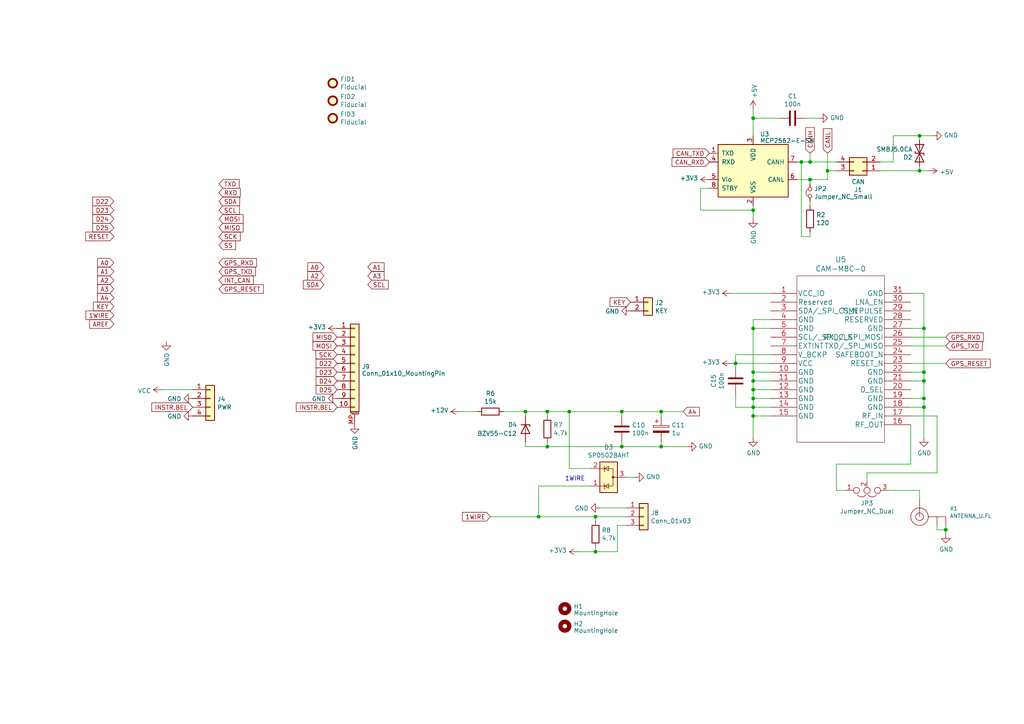
<source format=kicad_sch>
(kicad_sch (version 20230121) (generator eeschema)
  (paper "A4")
  (title_block (title "CAN Display") (date "2021-03-12") (rev "0.5.1") (company "fiz-o-matic"))
  (junction (at 191.77 119.38))
  (junction (at 165.1 119.38))
  (junction (at 135.89 231.14))
  (junction (at 97.79 264.16))
  (junction (at 144.78 250.19))
  (junction (at 218.44 34.29))
  (junction (at 267.97 107.95))
  (junction (at 218.44 60.96))
  (junction (at 158.75 129.54))
  (junction (at 191.77 129.54))
  (junction (at 274.32 153.67))
  (junction (at 234.95 52.07))
  (junction (at 123.19 250.19))
  (junction (at 135.89 264.16))
  (junction (at 218.44 115.57))
  (junction (at 267.97 118.11))
  (junction (at 218.44 95.25))
  (junction (at 135.89 250.19))
  (junction (at 123.19 217.17))
  (junction (at 97.79 231.14))
  (junction (at 267.97 95.25))
  (junction (at 218.44 107.95))
  (junction (at 152.4 119.38))
  (junction (at 267.97 110.49))
  (junction (at 156.21 149.86))
  (junction (at 133.35 250.19))
  (junction (at 78.74 250.19))
  (junction (at 213.36 105.41))
  (junction (at 172.72 160.02))
  (junction (at 266.7 39.37))
  (junction (at 36.83 255.27))
  (junction (at 36.83 245.11))
  (junction (at 133.35 217.17))
  (junction (at 180.34 119.38))
  (junction (at 158.75 119.38))
  (junction (at 232.41 46.99))
  (junction (at 180.34 129.54))
  (junction (at 44.45 245.11))
  (junction (at 218.44 113.03))
  (junction (at 172.72 149.86))
  (junction (at 234.95 46.99))
  (junction (at 240.03 49.53))
  (junction (at 218.44 110.49))
  (junction (at 218.44 120.65))
  (junction (at 267.97 115.57))
  (junction (at 90.17 -78.74))
  (junction (at 135.89 217.17))
  (junction (at 218.44 118.11))
  (junction (at 144.78 217.17))
  (junction (at 266.7 49.53))
  (wire (pts (xy 257.81 142.24) (xy 266.7 142.24)))
  (wire (pts (xy 234.95 46.99) (xy 242.57 46.99)))
  (wire (pts (xy 97.79 264.16) (xy 135.89 264.16)))
  (wire (pts (xy 133.35 255.27) (xy 133.35 250.19)))
  (wire (pts (xy 142.24 149.86) (xy 156.21 149.86)))
  (wire (pts (xy 259.08 46.99) (xy 259.08 39.37)))
  (wire (pts (xy 267.97 110.49) (xy 267.97 115.57)))
  (wire (pts (xy 264.16 110.49) (xy 267.97 110.49)))
  (wire (pts (xy 271.78 153.67) (xy 274.32 153.67)))
  (wire (pts (xy 156.21 149.86) (xy 156.21 140.97)))
  (wire (pts (xy 123.19 252.73) (xy 123.19 250.19)))
  (wire (pts (xy 264.16 118.11) (xy 267.97 118.11)))
  (wire (pts (xy 97.79 231.14) (xy 135.89 231.14)))
  (wire (pts (xy 259.08 39.37) (xy 266.7 39.37)))
  (wire (pts (xy 107.95 217.17) (xy 123.19 217.17)))
  (wire (pts (xy 226.06 34.29) (xy 218.44 34.29)))
  (wire (pts (xy 271.78 137.16) (xy 271.78 120.65)))
  (wire (pts (xy 172.72 149.86) (xy 181.61 149.86)))
  (wire (pts (xy 213.36 105.41) (xy 213.36 106.68)))
  (wire (pts (xy 172.72 151.13) (xy 172.72 149.86)))
  (wire (pts (xy 213.36 114.3) (xy 213.36 118.11)))
  (wire (pts (xy 152.4 120.65) (xy 152.4 119.38)))
  (wire (pts (xy 271.78 120.65) (xy 264.16 120.65)))
  (wire (pts (xy 144.78 264.16) (xy 144.78 260.35)))
  (wire (pts (xy 133.35 119.38) (xy 138.43 119.38)))
  (wire (pts (xy 242.57 134.62) (xy 242.57 142.24)))
  (wire (pts (xy 165.1 135.89) (xy 171.45 135.89)))
  (wire (pts (xy 266.7 40.64) (xy 266.7 39.37)))
  (wire (pts (xy 44.45 245.11) (xy 44.45 246.38)))
  (wire (pts (xy 144.78 217.17) (xy 148.59 217.17)))
  (wire (pts (xy 36.83 245.11) (xy 44.45 245.11)))
  (wire (pts (xy 218.44 34.29) (xy 218.44 39.37)))
  (wire (pts (xy 213.36 105.41) (xy 212.09 105.41)))
  (wire (pts (xy 218.44 92.71) (xy 218.44 95.25)))
  (wire (pts (xy 264.16 123.19) (xy 264.16 134.62)))
  (wire (pts (xy 158.75 120.65) (xy 158.75 119.38)))
  (wire (pts (xy 67.31 250.19) (xy 78.74 250.19)))
  (wire (pts (xy 269.24 49.53) (xy 266.7 49.53)))
  (wire (pts (xy 133.35 222.25) (xy 133.35 217.17)))
  (wire (pts (xy 267.97 118.11) (xy 267.97 127)))
  (wire (pts (xy 264.16 115.57) (xy 267.97 115.57)))
  (wire (pts (xy 82.55 217.17) (xy 87.63 217.17)))
  (wire (pts (xy 223.52 120.65) (xy 218.44 120.65)))
  (wire (pts (xy 135.89 217.17) (xy 144.78 217.17)))
  (wire (pts (xy 233.68 34.29) (xy 237.49 34.29)))
  (wire (pts (xy 213.36 102.87) (xy 223.52 102.87)))
  (wire (pts (xy 218.44 107.95) (xy 218.44 110.49)))
  (wire (pts (xy 133.35 217.17) (xy 135.89 217.17)))
  (wire (pts (xy 191.77 119.38) (xy 198.12 119.38)))
  (wire (pts (xy 274.32 152.4) (xy 274.32 153.67)))
  (wire (pts (xy 218.44 120.65) (xy 218.44 127)))
  (wire (pts (xy 78.74 255.27) (xy 78.74 250.19)))
  (wire (pts (xy 156.21 149.86) (xy 172.72 149.86)))
  (wire (pts (xy 234.95 68.58) (xy 234.95 67.31)))
  (wire (pts (xy 172.72 158.75) (xy 172.72 160.02)))
  (wire (pts (xy 172.72 160.02) (xy 179.07 160.02)))
  (wire (pts (xy 223.52 105.41) (xy 213.36 105.41)))
  (wire (pts (xy 36.83 245.11) (xy 36.83 246.38)))
  (wire (pts (xy 167.64 160.02) (xy 172.72 160.02)))
  (wire (pts (xy 223.52 118.11) (xy 218.44 118.11)))
  (wire (pts (xy 232.41 46.99) (xy 234.95 46.99)))
  (wire (pts (xy 218.44 113.03) (xy 218.44 115.57)))
  (wire (pts (xy 251.46 139.7) (xy 251.46 137.16)))
  (wire (pts (xy 36.83 255.27) (xy 44.45 255.27)))
  (wire (pts (xy 264.16 95.25) (xy 267.97 95.25)))
  (wire (pts (xy 44.45 245.11) (xy 49.53 245.11)))
  (wire (pts (xy 133.35 250.19) (xy 130.81 250.19)))
  (wire (pts (xy 264.16 134.62) (xy 242.57 134.62)))
  (wire (pts (xy 97.79 231.14) (xy 97.79 233.68)))
  (wire (pts (xy 133.35 250.19) (xy 135.89 250.19)))
  (wire (pts (xy 232.41 46.99) (xy 232.41 68.58)))
  (wire (pts (xy 218.44 95.25) (xy 218.44 107.95)))
  (wire (pts (xy 240.03 52.07) (xy 240.03 49.53)))
  (wire (pts (xy 180.34 128.27) (xy 180.34 129.54)))
  (wire (pts (xy 152.4 128.27) (xy 152.4 129.54)))
  (wire (pts (xy 242.57 142.24) (xy 245.11 142.24)))
  (wire (pts (xy 158.75 128.27) (xy 158.75 129.54)))
  (wire (pts (xy 97.79 264.16) (xy 97.79 266.7)))
  (wire (pts (xy 234.95 59.69) (xy 234.95 58.42)))
  (wire (pts (xy 158.75 129.54) (xy 180.34 129.54)))
  (wire (pts (xy 180.34 120.65) (xy 180.34 119.38)))
  (wire (pts (xy 180.34 119.38) (xy 191.77 119.38)))
  (wire (pts (xy 223.52 115.57) (xy 218.44 115.57)))
  (wire (pts (xy 203.2 54.61) (xy 203.2 60.96)))
  (wire (pts (xy 135.89 260.35) (xy 135.89 264.16)))
  (wire (pts (xy 191.77 120.65) (xy 191.77 119.38)))
  (wire (pts (xy 152.4 129.54) (xy 158.75 129.54)))
  (wire (pts (xy 173.99 147.32) (xy 181.61 147.32)))
  (wire (pts (xy 158.75 119.38) (xy 165.1 119.38)))
  (wire (pts (xy 266.7 39.37) (xy 270.51 39.37)))
  (wire (pts (xy 212.09 85.09) (xy 223.52 85.09)))
  (wire (pts (xy 266.7 48.26) (xy 266.7 49.53)))
  (wire (pts (xy 266.7 142.24) (xy 266.7 144.78)))
  (wire (pts (xy 234.95 52.07) (xy 240.03 52.07)))
  (wire (pts (xy 46.99 113.03) (xy 55.88 113.03)))
  (wire (pts (xy 223.52 113.03) (xy 218.44 113.03)))
  (wire (pts (xy 135.89 227.33) (xy 135.89 231.14)))
  (wire (pts (xy 72.39 -78.74) (xy 77.47 -78.74)))
  (wire (pts (xy 107.95 252.73) (xy 111.76 252.73)))
  (wire (pts (xy 240.03 44.45) (xy 240.03 49.53)))
  (wire (pts (xy 44.45 254) (xy 44.45 255.27)))
  (wire (pts (xy 218.44 59.69) (xy 218.44 60.96)))
  (wire (pts (xy 205.74 54.61) (xy 203.2 54.61)))
  (wire (pts (xy 123.19 217.17) (xy 125.73 217.17)))
  (wire (pts (xy 21.59 245.11) (xy 24.13 245.11)))
  (wire (pts (xy 231.14 52.07) (xy 234.95 52.07)))
  (wire (pts (xy 107.95 255.27) (xy 133.35 255.27)))
  (wire (pts (xy 152.4 119.38) (xy 158.75 119.38)))
  (wire (pts (xy 264.16 85.09) (xy 267.97 85.09)))
  (wire (pts (xy 135.89 250.19) (xy 144.78 250.19)))
  (wire (pts (xy 78.74 250.19) (xy 87.63 250.19)))
  (wire (pts (xy 223.52 107.95) (xy 218.44 107.95)))
  (wire (pts (xy 267.97 107.95) (xy 267.97 110.49)))
  (wire (pts (xy 213.36 118.11) (xy 218.44 118.11)))
  (wire (pts (xy 135.89 217.17) (xy 135.89 219.71)))
  (wire (pts (xy 11.43 245.11) (xy 13.97 245.11)))
  (wire (pts (xy 180.34 129.54) (xy 191.77 129.54)))
  (wire (pts (xy 274.32 100.33) (xy 264.16 100.33)))
  (wire (pts (xy 218.44 110.49) (xy 218.44 113.03)))
  (wire (pts (xy 232.41 68.58) (xy 234.95 68.58)))
  (wire (pts (xy 123.19 219.71) (xy 123.19 217.17)))
  (wire (pts (xy 36.83 255.27) (xy 36.83 254)))
  (wire (pts (xy 267.97 85.09) (xy 267.97 95.25)))
  (wire (pts (xy 135.89 231.14) (xy 144.78 231.14)))
  (wire (pts (xy 119.38 219.71) (xy 123.19 219.71)))
  (wire (pts (xy 123.19 250.19) (xy 125.73 250.19)))
  (wire (pts (xy 181.61 138.43) (xy 184.15 138.43)))
  (wire (pts (xy 90.17 -78.74) (xy 90.17 -73.66)))
  (wire (pts (xy 203.2 60.96) (xy 218.44 60.96)))
  (wire (pts (xy 107.95 250.19) (xy 123.19 250.19)))
  (wire (pts (xy 255.27 46.99) (xy 259.08 46.99)))
  (wire (pts (xy 271.78 152.4) (xy 271.78 153.67)))
  (wire (pts (xy 213.36 105.41) (xy 213.36 102.87)))
  (wire (pts (xy 87.63 255.27) (xy 78.74 255.27)))
  (wire (pts (xy 267.97 115.57) (xy 267.97 118.11)))
  (wire (pts (xy 234.95 44.45) (xy 234.95 46.99)))
  (wire (pts (xy 31.75 245.11) (xy 36.83 245.11)))
  (wire (pts (xy 119.38 252.73) (xy 123.19 252.73)))
  (wire (pts (xy 165.1 119.38) (xy 180.34 119.38)))
  (wire (pts (xy 144.78 250.19) (xy 148.59 250.19)))
  (wire (pts (xy 240.03 49.53) (xy 242.57 49.53)))
  (wire (pts (xy 191.77 129.54) (xy 199.39 129.54)))
  (wire (pts (xy 179.07 160.02) (xy 179.07 152.4)))
  (wire (pts (xy 146.05 119.38) (xy 152.4 119.38)))
  (wire (pts (xy 274.32 97.79) (xy 264.16 97.79)))
  (wire (pts (xy 251.46 137.16) (xy 271.78 137.16)))
  (wire (pts (xy 144.78 231.14) (xy 144.78 227.33)))
  (wire (pts (xy 156.21 140.97) (xy 171.45 140.97)))
  (wire (pts (xy 218.44 118.11) (xy 218.44 120.65)))
  (wire (pts (xy 218.44 60.96) (xy 218.44 63.5)))
  (wire (pts (xy 107.95 222.25) (xy 133.35 222.25)))
  (wire (pts (xy 264.16 107.95) (xy 267.97 107.95)))
  (wire (pts (xy 223.52 110.49) (xy 218.44 110.49)))
  (wire (pts (xy 135.89 250.19) (xy 135.89 252.73)))
  (wire (pts (xy 274.32 153.67) (xy 274.32 154.94)))
  (wire (pts (xy 274.32 105.41) (xy 264.16 105.41)))
  (wire (pts (xy 144.78 250.19) (xy 144.78 252.73)))
  (wire (pts (xy 223.52 95.25) (xy 218.44 95.25)))
  (wire (pts (xy 191.77 128.27) (xy 191.77 129.54)))
  (wire (pts (xy 255.27 49.53) (xy 266.7 49.53)))
  (wire (pts (xy 218.44 115.57) (xy 218.44 118.11)))
  (wire (pts (xy 97.79 260.35) (xy 97.79 264.16)))
  (wire (pts (xy 231.14 46.99) (xy 232.41 46.99)))
  (wire (pts (xy 218.44 31.75) (xy 218.44 34.29)))
  (wire (pts (xy 97.79 227.33) (xy 97.79 231.14)))
  (wire (pts (xy 107.95 219.71) (xy 111.76 219.71)))
  (wire (pts (xy 90.17 -78.74) (xy 95.25 -78.74)))
  (wire (pts (xy 223.52 92.71) (xy 218.44 92.71)))
  (wire (pts (xy 133.35 217.17) (xy 130.81 217.17)))
  (wire (pts (xy 135.89 264.16) (xy 144.78 264.16)))
  (wire (pts (xy 165.1 119.38) (xy 165.1 135.89)))
  (wire (pts (xy 234.95 53.34) (xy 234.95 52.07)))
  (wire (pts (xy 1.27 245.11) (xy 3.81 245.11)))
  (wire (pts (xy 267.97 95.25) (xy 267.97 107.95)))
  (wire (pts (xy 85.09 -78.74) (xy 90.17 -78.74)))
  (wire (pts (xy 144.78 217.17) (xy 144.78 219.71)))
  (wire (pts (xy 179.07 152.4) (xy 181.61 152.4)))
  (wire (pts (xy 31.75 255.27) (xy 36.83 255.27)))
  (text "1WIRE" (at 163.83 139.7 0) (effects (font (size 1.27 1.27)) (justify left bottom)))
  (global_label "CAN_TXD" (shape input) (at 105.41 -22.86 0) (property "Intersheetrefs" "${INTERSHEET_REFS}" (effects hide)))
  (global_label "1WIRE" (shape input) (at 142.24 149.86 180) (property "Intersheetrefs" "${INTERSHEET_REFS}" (effects hide)))
  (global_label "CAN_RXD" (shape input) (at 105.41 -25.4 0) (property "Intersheetrefs" "${INTERSHEET_REFS}" (effects hide)))
  (global_label "MISO" (shape input) (at 97.79 97.79 180) (property "Intersheetrefs" "${INTERSHEET_REFS}" (effects hide)))
  (global_label "SDA" (shape input) (at 105.41 -33.02 0) (property "Intersheetrefs" "${INTERSHEET_REFS}" (effects hide)))
  (global_label "RXD" (shape input) (at 63.5 55.88 0) (property "Intersheetrefs" "${INTERSHEET_REFS}" (effects hide)))
  (global_label "SCL" (shape input) (at 177.8 -30.48 180) (property "Intersheetrefs" "${INTERSHEET_REFS}" (effects hide)))
  (global_label "KEY" (shape input) (at 182.88 87.63 180) (property "Intersheetrefs" "${INTERSHEET_REFS}" (effects hide)))
  (global_label "INT_CAN" (shape input) (at 63.5 81.28 0) (property "Intersheetrefs" "${INTERSHEET_REFS}" (effects hide)))
  (global_label "CAN_TXD" (shape input) (at 205.74 44.45 180) (property "Intersheetrefs" "${INTERSHEET_REFS}" (effects hide)))
  (global_label "RESET" (shape input) (at 33.02 68.58 180) (property "Intersheetrefs" "${INTERSHEET_REFS}" (effects hide)))
  (global_label "INSTR.BEL" (shape input) (at 97.79 118.11 180) (property "Intersheetrefs" "${INTERSHEET_REFS}" (effects hide)))
  (global_label "A4" (shape input) (at 198.12 119.38 0) (property "Intersheetrefs" "${INTERSHEET_REFS}" (effects hide)))
  (global_label "AREF" (shape input) (at 33.02 93.98 180) (property "Intersheetrefs" "${INTERSHEET_REFS}" (effects hide)))
  (global_label "A1" (shape input) (at 106.68 77.47 0) (property "Intersheetrefs" "${INTERSHEET_REFS}" (effects hide)))
  (global_label "D23" (shape input) (at 97.79 107.95 180) (property "Intersheetrefs" "${INTERSHEET_REFS}" (effects hide)))
  (global_label "MOSI" (shape input) (at 97.79 100.33 180) (property "Intersheetrefs" "${INTERSHEET_REFS}" (effects hide)))
  (global_label "D25" (shape input) (at 97.79 113.03 180) (property "Intersheetrefs" "${INTERSHEET_REFS}" (effects hide)))
  (global_label "A0" (shape input) (at 33.02 76.2 180) (property "Intersheetrefs" "${INTERSHEET_REFS}" (effects hide)))
  (global_label "MISO" (shape input) (at 63.5 66.04 0) (property "Intersheetrefs" "${INTERSHEET_REFS}" (effects hide)))
  (global_label "SCL" (shape input) (at 106.68 82.55 0) (property "Intersheetrefs" "${INTERSHEET_REFS}" (effects hide)))
  (global_label "A4" (shape input) (at 33.02 86.36 180) (property "Intersheetrefs" "${INTERSHEET_REFS}" (effects hide)))
  (global_label "D24" (shape input) (at 33.02 63.5 180) (property "Intersheetrefs" "${INTERSHEET_REFS}" (effects hide)))
  (global_label "D24" (shape input) (at 97.79 110.49 180) (property "Intersheetrefs" "${INTERSHEET_REFS}" (effects hide)))
  (global_label "SDA" (shape input) (at 63.5 58.42 0) (property "Intersheetrefs" "${INTERSHEET_REFS}" (effects hide)))
  (global_label "1WIRE" (shape input) (at 33.02 91.44 180) (property "Intersheetrefs" "${INTERSHEET_REFS}" (effects hide)))
  (global_label "SCL" (shape input) (at 63.5 60.96 0) (property "Intersheetrefs" "${INTERSHEET_REFS}" (effects hide)))
  (global_label "A3" (shape input) (at 33.02 83.82 180) (property "Intersheetrefs" "${INTERSHEET_REFS}" (effects hide)))
  (global_label "SCL" (shape input) (at 105.41 -30.48 0) (property "Intersheetrefs" "${INTERSHEET_REFS}" (effects hide)))
  (global_label "A2" (shape input) (at 93.98 80.01 180) (property "Intersheetrefs" "${INTERSHEET_REFS}" (effects hide)))
  (global_label "SCK" (shape input) (at 63.5 68.58 0) (property "Intersheetrefs" "${INTERSHEET_REFS}" (effects hide)))
  (global_label "A3" (shape input) (at 106.68 80.01 0) (property "Intersheetrefs" "${INTERSHEET_REFS}" (effects hide)))
  (global_label "SS" (shape input) (at 63.5 71.12 0) (property "Intersheetrefs" "${INTERSHEET_REFS}" (effects hide)))
  (global_label "GPS_RXD" (shape input) (at 63.5 76.2 0) (property "Intersheetrefs" "${INTERSHEET_REFS}" (effects hide)))
  (global_label "SDA" (shape input) (at 177.8 -33.02 180) (property "Intersheetrefs" "${INTERSHEET_REFS}" (effects hide)))
  (global_label "D22" (shape input) (at 33.02 58.42 180) (property "Intersheetrefs" "${INTERSHEET_REFS}" (effects hide)))
  (global_label "CANL" (shape input) (at 240.03 44.45 90) (property "Intersheetrefs" "${INTERSHEET_REFS}" (effects hide)))
  (global_label "D22" (shape input) (at 97.79 105.41 180) (property "Intersheetrefs" "${INTERSHEET_REFS}" (effects hide)))
  (global_label "GPS_RESET" (shape input) (at 274.32 105.41 0) (property "Intersheetrefs" "${INTERSHEET_REFS}" (effects hide)))
  (global_label "CAN_PWR" (shape input) (at 87.63 222.25 180) (property "Intersheetrefs" "${INTERSHEET_REFS}" (effects hide)))
  (global_label "A0" (shape input) (at 93.98 77.47 180) (property "Intersheetrefs" "${INTERSHEET_REFS}" (effects hide)))
  (global_label "CAN_PWR" (shape input) (at 105.41 -10.16 0) (property "Intersheetrefs" "${INTERSHEET_REFS}" (effects hide)))
  (global_label "GPS_RESET" (shape input) (at 63.5 83.82 0) (property "Intersheetrefs" "${INTERSHEET_REFS}" (effects hide)))
  (global_label "TXD" (shape input) (at 63.5 53.34 0) (property "Intersheetrefs" "${INTERSHEET_REFS}" (effects hide)))
  (global_label "GPS_RXD" (shape input) (at 105.41 -43.18 0) (property "Intersheetrefs" "${INTERSHEET_REFS}" (effects hide)))
  (global_label "GPS_TXD" (shape input) (at 274.32 100.33 0) (property "Intersheetrefs" "${INTERSHEET_REFS}" (effects hide)))
  (global_label "GPS_TXD" (shape input) (at 105.41 -40.64 0) (property "Intersheetrefs" "${INTERSHEET_REFS}" (effects hide)))
  (global_label "SCK" (shape input) (at 97.79 102.87 180) (property "Intersheetrefs" "${INTERSHEET_REFS}" (effects hide)))
  (global_label "A1" (shape input) (at 33.02 78.74 180) (property "Intersheetrefs" "${INTERSHEET_REFS}" (effects hide)))
  (global_label "GPS_TXD" (shape input) (at 63.5 78.74 0) (property "Intersheetrefs" "${INTERSHEET_REFS}" (effects hide)))
  (global_label "CANH" (shape input) (at 234.95 44.45 90) (property "Intersheetrefs" "${INTERSHEET_REFS}" (effects hide)))
  (global_label "D23" (shape input) (at 33.02 60.96 180) (property "Intersheetrefs" "${INTERSHEET_REFS}" (effects hide)))
  (global_label "KEY" (shape input) (at 33.02 88.9 180) (property "Intersheetrefs" "${INTERSHEET_REFS}" (effects hide)))
  (global_label "GPS_RXD" (shape input) (at 274.32 97.79 0) (property "Intersheetrefs" "${INTERSHEET_REFS}" (effects hide)))
  (global_label "D25" (shape input) (at 33.02 66.04 180) (property "Intersheetrefs" "${INTERSHEET_REFS}" (effects hide)))
  (global_label "MOSI" (shape input) (at 63.5 63.5 0) (property "Intersheetrefs" "${INTERSHEET_REFS}" (effects hide)))
  (global_label "CAN_RXD" (shape input) (at 205.74 46.99 180) (property "Intersheetrefs" "${INTERSHEET_REFS}" (effects hide)))
  (global_label "A2" (shape input) (at 33.02 81.28 180) (property "Intersheetrefs" "${INTERSHEET_REFS}" (effects hide)))
  (global_label "INSTR.BEL" (shape input) (at 55.88 118.11 180) (property "Intersheetrefs" "${INTERSHEET_REFS}" (effects hide)))
  (global_label "SDA" (shape input) (at 93.98 82.55 180) (property "Intersheetrefs" "${INTERSHEET_REFS}" (effects hide)))
  (symbol (lib_id "Device:R") (at 234.95 63.5 0) (unit 1)
    (property "Reference" "R2" (at 236.728 62.3316 0) (effects (justify left)))
    (property "Value" "120" (at 236.728 64.643 0) (effects (justify left)))
    (property "Footprint" "Resistor_SMD:R_0805_2012Metric_Pad1.20x1.40mm_HandSolder" (effects hide))
  )
  (symbol (lib_id "SmartDisplay-rescue:Jumper_NC_Small-Device") (at 234.95 55.88 90) (unit 1)
    (property "Reference" "JP2" (at 236.1438 54.7116 90) (effects (justify right)))
    (property "Value" "Jumper_NC_Small" (at 236.1438 57.023 90) (effects (justify right)))
    (property "Footprint" "Jumper:SolderJumper-2_P1.3mm_Open_RoundedPad1.0x1.5mm" (effects hide))
  )
  (symbol (lib_id "power:+5V") (at 269.24 49.53 270) (unit 1)
    (property "Reference" "#PWR015" (effects hide))
    (property "Value" "+5V" (at 272.4912 49.911 90) (effects (justify left)))
  )
  (symbol (lib_id "power:GND") (at 48.26 99.06 0) (unit 1)
    (property "Reference" "#PWR012" (effects hide))
    (property "Value" "GND" (at 48.387 102.3112 90) (effects (justify right)))
  )
  (symbol (lib_id "power:GND") (at 237.49 34.29 90) (unit 1)
    (property "Reference" "#PWR011" (effects hide))
    (property "Value" "GND" (at 240.7412 34.163 90) (effects (justify right)))
  )
  (symbol (lib_id "power:GND") (at 55.88 120.65 270) (unit 1)
    (property "Reference" "#PWR029" (effects hide))
    (property "Value" "GND" (at 52.6288 120.777 90) (effects (justify right)))
  )
  (symbol (lib_id "Connector_Generic:Conn_02x02_Top_Bottom") (at 250.19 49.53 180) (unit 1)
    (property "Reference" "J1" (at 248.92 55.0418 0))
    (property "Value" "CAN" (at 248.92 52.7304 0))
    (property "Footprint" "Connector_Molex:Molex_Micro-Fit_3.0_43045-0412_2x02_P3.00mm_Vertical" (effects hide))
  )
  (symbol (lib_id "power:GND") (at 173.99 147.32 270) (unit 1)
    (property "Reference" "#PWR039" (effects hide))
    (property "Value" "GND" (at 170.7388 147.447 90) (effects (justify right)))
  )
  (symbol (lib_id "Device:R") (at 172.72 154.94 0) (unit 1)
    (property "Reference" "R8" (at 174.498 153.7716 0) (effects (justify left)))
    (property "Value" "4,7k" (at 174.498 156.083 0) (effects (justify left)))
    (property "Footprint" "Resistor_SMD:R_0805_2012Metric_Pad1.20x1.40mm_HandSolder" (effects hide))
  )
  (symbol (lib_id "Device:R") (at 142.24 119.38 270) (unit 1)
    (property "Reference" "R6" (at 142.24 114.1222 90))
    (property "Value" "15k" (at 142.24 116.4336 90))
    (property "Footprint" "Resistor_SMD:R_0805_2012Metric_Pad1.20x1.40mm_HandSolder" (effects hide))
  )
  (symbol (lib_id "Device:R") (at 158.75 124.46 0) (unit 1)
    (property "Reference" "R7" (at 160.528 123.2916 0) (effects (justify left)))
    (property "Value" "4,7k" (at 160.528 125.603 0) (effects (justify left)))
    (property "Footprint" "Resistor_SMD:R_0805_2012Metric_Pad1.20x1.40mm_HandSolder" (effects hide))
  )
  (symbol (lib_id "Device:C") (at 180.34 124.46 0) (unit 1)
    (property "Reference" "C10" (at 183.261 123.2916 0) (effects (justify left)))
    (property "Value" "100n" (at 183.261 125.603 0) (effects (justify left)))
    (property "Footprint" "Capacitor_SMD:C_0805_2012Metric_Pad1.18x1.45mm_HandSolder" (effects hide))
  )
  (symbol (lib_id "SmartDisplay-rescue:CP-Device") (at 191.77 124.46 0) (unit 1)
    (property "Reference" "C11" (at 194.7672 123.2916 0) (effects (justify left)))
    (property "Value" "1u" (at 194.7672 125.603 0) (effects (justify left)))
    (property "Footprint" "Capacitor_Tantalum_SMD:CP_EIA-3216-18_Kemet-A" (effects hide))
  )
  (symbol (lib_id "Device:D_Zener") (at 152.4 124.46 270) (unit 1)
    (property "Reference" "D4" (at 147.32 123.19 90) (effects (justify left)))
    (property "Value" "BZV55-C12" (at 138.43 125.73 90) (effects (justify left)))
    (property "Footprint" "Diode_SMD:D_MiniMELF" (effects hide))
    (property "MPN" "BZV55-C12,115" (effects hide))
  )
  (symbol (lib_id "power:GND") (at 199.39 129.54 90) (unit 1)
    (property "Reference" "#PWR035" (effects hide))
    (property "Value" "GND" (at 202.6412 129.413 90) (effects (justify right)))
  )
  (symbol (lib_id "power:GND") (at 55.88 115.57 270) (unit 1)
    (property "Reference" "#PWR026" (effects hide))
    (property "Value" "GND" (at 52.6288 115.697 90) (effects (justify right)))
  )
  (symbol (lib_id "power:GND") (at 182.88 90.17 270) (unit 1)
    (property "Reference" "#PWR021" (effects hide))
    (property "Value" "GND" (at 179.6288 90.297 90) (effects (justify right)))
  )
  (symbol (lib_id "Device:D_TVS") (at 266.7 44.45 90) (unit 1)
    (property "Reference" "D2" (at 264.668 45.6184 90) (effects (justify left)))
    (property "Value" "SMBJ5.0CA" (at 264.668 43.307 90) (effects (justify left)))
    (property "Footprint" "Diode_SMD:D_SMB" (effects hide))
    (property "Reichelt" "P6SMB 5,0CA SMD" (effects hide))
  )
  (symbol (lib_id "power:GND") (at 270.51 39.37 90) (unit 1)
    (property "Reference" "#PWR013" (effects hide))
    (property "Value" "GND" (at 273.7612 39.243 90) (effects (justify right)))
  )
  (symbol (lib_id "power:GND") (at 97.79 115.57 270) (unit 1)
    (property "Reference" "#PWR030" (effects hide))
    (property "Value" "GND" (at 94.5388 115.697 90) (effects (justify right)))
  )
  (symbol (lib_id "power:GND") (at 102.87 123.19 0) (unit 1)
    (property "Reference" "#PWR036" (effects hide))
    (property "Value" "GND" (at 102.997 126.4412 90) (effects (justify right)))
  )
  (symbol (lib_id "power:+12V") (at 133.35 119.38 90) (unit 1)
    (property "Reference" "#PWR031" (effects hide))
    (property "Value" "+12V" (at 130.0988 118.999 90) (effects (justify left)))
  )
  (symbol (lib_id "Connector_Generic:Conn_01x04") (at 60.96 115.57 0) (unit 1)
    (property "Reference" "J4" (at 62.992 115.7732 0) (effects (justify left)))
    (property "Value" "PWR" (at 62.992 118.0846 0) (effects (justify left)))
    (property "Footprint" "Connector_JST:JST_PH_B2B-PH-SM4-TB_1x02-1MP_P2.00mm_Vertical" (effects hide))
  )
  (symbol (lib_id "Connector_Generic:Conn_01x02") (at 187.96 87.63 0) (unit 1)
    (property "Reference" "J2" (at 189.992 87.8332 0) (effects (justify left)))
    (property "Value" "KEY" (at 189.992 90.1446 0) (effects (justify left)))
    (property "Footprint" "Connector_JST:JST_XH_B2B-XH-A_1x02_P2.50mm_Vertical" (effects hide))
  )
  (symbol (lib_id "power:+12V") (at 49.53 245.11 270) (unit 1)
    (property "Reference" "#PWR0106" (effects hide))
    (property "Value" "+12V" (at 52.7812 245.491 90) (effects (justify left)))
  )
  (symbol (lib_id "power:GND") (at 97.79 266.7 0) (unit 1)
    (property "Reference" "#PWR0107" (effects hide))
    (property "Value" "GND" (at 97.917 269.9512 90) (effects (justify right)))
  )
  (symbol (lib_id "Device:C") (at 81.28 -78.74 270) (unit 1)
    (property "Reference" "C2" (at 81.28 -85.1408 90))
    (property "Value" "100n" (at 81.28 -82.8294 90))
    (property "Footprint" "Capacitor_SMD:C_0805_2012Metric_Pad1.18x1.45mm_HandSolder" (effects hide))
  )
  (symbol (lib_id "power:GND") (at 72.39 -78.74 270) (unit 1)
    (property "Reference" "#PWR0103" (effects hide))
    (property "Value" "GND" (at 69.1388 -78.613 90) (effects (justify right)))
  )
  (symbol (lib_id "Device:Polyfuse") (at 17.78 245.11 270) (unit 1)
    (property "Reference" "F1" (at 17.78 239.395 90))
    (property "Value" "Polyfuse" (at 17.78 241.7064 90))
    (property "Footprint" "Fuse:Fuse_1210_3225Metric_Pad1.42x2.65mm_HandSolder" (effects hide))
  )
  (symbol (lib_id "Mechanical:Fiducial") (at 96.52 24.13 0) (unit 1)
    (property "Reference" "FID1" (at 98.679 22.9616 0) (effects (justify left)))
    (property "Value" "Fiducial" (at 98.679 25.273 0) (effects (justify left)))
    (property "Footprint" "Fiducial:Fiducial_0.5mm_Mask1mm" (effects hide))
  )
  (symbol (lib_id "Mechanical:Fiducial") (at 96.52 29.21 0) (unit 1)
    (property "Reference" "FID2" (at 98.679 28.0416 0) (effects (justify left)))
    (property "Value" "Fiducial" (at 98.679 30.353 0) (effects (justify left)))
    (property "Footprint" "Fiducial:Fiducial_0.5mm_Mask1mm" (effects hide))
  )
  (symbol (lib_id "Mechanical:Fiducial") (at 96.52 34.29 0) (unit 1)
    (property "Reference" "FID3" (at 98.679 33.1216 0) (effects (justify left)))
    (property "Value" "Fiducial" (at 98.679 35.433 0) (effects (justify left)))
    (property "Footprint" "Fiducial:Fiducial_0.5mm_Mask1mm" (effects hide))
  )
  (symbol (lib_id "SmartDisplay-rescue:ANTENNA_U.FL-fiz-o-matic") (at 266.7 149.86 90) (unit 1)
    (property "Reference" "X1" (at 275.4376 147.5232 90) (effects (font (size 1.143 1.143)) (justify right)))
    (property "Value" "ANTENNA_U.FL" (at 275.4376 149.6568 90) (effects (font (size 1.143 1.143)) (justify right)))
    (property "Footprint" "Connector_Coaxial:U.FL_Molex_MCRF_73412-0110_Vertical" (effects hide))
  )
  (symbol (lib_id "SmartDisplay-rescue:Jumper_NC_Dual-Device") (at 251.46 142.24 0) (mirror x) (unit 1)
    (property "Reference" "JP3" (at 251.46 145.9738 0))
    (property "Value" "Jumper_NC_Dual" (at 251.46 148.2852 0))
    (property "Footprint" "Jumper:SolderJumper-3_P1.3mm_Bridged12_RoundedPad1.0x1.5mm" (effects hide))
  )
  (symbol (lib_id "power:GND") (at 274.32 154.94 0) (unit 1)
    (property "Reference" "#PWR0126" (effects hide))
    (property "Value" "GND" (at 274.447 159.3342 0))
  )
  (symbol (lib_id "power:GND") (at 184.15 138.43 90) (unit 1)
    (property "Reference" "#PWR0101" (effects hide))
    (property "Value" "GND" (at 187.4012 138.303 90) (effects (justify right)))
  )
  (symbol (lib_id "Power_Protection:SP0502BAHT") (at 176.53 138.43 90) (unit 1)
    (property "Reference" "D3" (at 176.53 129.7432 90))
    (property "Value" "SP0502BAHT" (at 176.53 132.0546 90))
    (property "Footprint" "Package_TO_SOT_SMD:SOT-23" (effects hide))
    (property "Datasheet" "http://www.littelfuse.com/~/media/files/littelfuse/technical%20resources/documents/data%20sheets/sp05xxba.pdf" (effects hide))
  )
  (symbol (lib_id "Diode:1N4148W") (at 7.62 245.11 180) (unit 1)
    (property "Reference" "D6" (at 7.62 239.5982 0))
    (property "Value" "1N4148W" (at 7.62 241.9096 0))
    (property "Footprint" "Diode_SMD:D_SMA" (effects hide))
    (property "Datasheet" "https://www.vishay.com/docs/85748/1n4148w.pdf" (effects hide))
  )
  (symbol (lib_id "Regulator_Switching:AP63203WU") (at 97.79 252.73 0) (unit 1)
    (property "Reference" "U4" (at 97.79 243.4082 0))
    (property "Value" "AP63203WU" (at 97.79 245.7196 0))
    (property "Footprint" "Package_TO_SOT_SMD:TSOT-23-6" (effects hide))
    (property "Datasheet" "https://www.diodes.com/assets/Datasheets/AP63200-AP63201-AP63203-AP63205.pdf" (effects hide))
  )
  (symbol (lib_id "Device:C") (at 115.57 252.73 270) (unit 1)
    (property "Reference" "C4" (at 115.57 246.3292 90))
    (property "Value" "100n" (at 115.57 248.6406 90))
    (property "Footprint" "Capacitor_SMD:C_0805_2012Metric_Pad1.18x1.45mm_HandSolder" (effects hide))
  )
  (symbol (lib_id "SmartDisplay-rescue:CP-Device") (at 135.89 256.54 0) (unit 1)
    (property "Reference" "C13" (at 138.8872 255.3716 0) (effects (justify left)))
    (property "Value" "22u" (at 138.8872 257.683 0) (effects (justify left)))
    (property "Footprint" "Capacitor_Tantalum_SMD:CP_EIA-3528-21_Kemet-B" (effects hide))
  )
  (symbol (lib_id "SmartDisplay-rescue:CP-Device") (at 44.45 250.19 0) (unit 1)
    (property "Reference" "C3" (at 47.4472 249.0216 0) (effects (justify left)))
    (property "Value" "22u" (at 47.4472 251.333 0) (effects (justify left)))
    (property "Footprint" "Capacitor_SMD:CP_Elec_4x3.9" (effects hide))
  )
  (symbol (lib_id "SmartDisplay-rescue:CP-Device") (at 144.78 256.54 0) (unit 1)
    (property "Reference" "C14" (at 147.7772 255.3716 0) (effects (justify left)))
    (property "Value" "22u" (at 147.7772 257.683 0) (effects (justify left)))
    (property "Footprint" "Capacitor_Tantalum_SMD:CP_EIA-3528-21_Kemet-B" (effects hide))
  )
  (symbol (lib_id "Device:L_Small") (at 128.27 250.19 90) (unit 1)
    (property "Reference" "L1" (at 128.27 245.491 90))
    (property "Value" "4.7uH" (at 128.27 247.8024 90))
    (property "Footprint" "Inductor_SMD:L_1206_3216Metric" (effects hide))
  )
  (symbol (lib_id "SmartDisplay-rescue:+3.3V-power") (at 148.59 250.19 270) (unit 1)
    (property "Reference" "#PWR0102" (effects hide))
    (property "Value" "+3.3V" (at 151.8412 250.571 90) (effects (justify left)))
  )
  (symbol (lib_id "SmartDisplay-rescue:+3.3V-power") (at 95.25 -78.74 270) (unit 1)
    (property "Reference" "#PWR0108" (effects hide))
    (property "Value" "+3.3V" (at 98.5012 -78.359 90) (effects (justify left)))
  )
  (symbol (lib_id "2023-01-16_17-19-58:CAM-M8C-0") (at 223.52 85.09 0) (unit 1)
    (property "Reference" "U5" (at 243.84 75.2602 0) (effects (font (size 1.524 1.524))))
    (property "Value" "CAM-M8C-0" (at 243.84 77.9526 0) (effects (font (size 1.524 1.524))))
    (property "Footprint" "ublox_CAM_M8C:CAM-M8C-0" (effects hide))
  )
  (symbol (lib_id "power:GND") (at 218.44 127 0) (unit 1)
    (property "Reference" "#PWR0112" (effects hide))
    (property "Value" "GND" (at 218.567 131.3942 0))
  )
  (symbol (lib_id "SmartDisplay-rescue:+3.3V-power") (at 212.09 105.41 90) (unit 1)
    (property "Reference" "#PWR0113" (effects hide))
    (property "Value" "+3.3V" (at 208.8388 105.029 90) (effects (justify left)))
  )
  (symbol (lib_id "SmartDisplay-rescue:+3.3V-power") (at 212.09 85.09 90) (unit 1)
    (property "Reference" "#PWR0114" (effects hide))
    (property "Value" "+3.3V" (at 208.8388 84.709 90) (effects (justify left)))
  )
  (symbol (lib_id "Connector_Generic:Conn_01x03") (at 186.69 149.86 0) (unit 1)
    (property "Reference" "J8" (at 188.722 148.7932 0) (effects (justify left)))
    (property "Value" "Conn_01x03" (at 188.722 151.1046 0) (effects (justify left)))
    (property "Footprint" "Connector_Molex:Molex_Micro-Fit_3.0_43650-0315_1x03_P3.00mm_Vertical" (effects hide))
  )
  (symbol (lib_id "SmartDisplay-rescue:+3.3V-power") (at 167.64 160.02 90) (unit 1)
    (property "Reference" "#PWR0115" (effects hide))
    (property "Value" "+3.3V" (at 164.3888 159.639 90) (effects (justify left)))
  )
  (symbol (lib_id "Device:C") (at 213.36 110.49 0) (unit 1)
    (property "Reference" "C15" (at 206.9592 110.49 90))
    (property "Value" "100n" (at 209.2706 110.49 90))
    (property "Footprint" "Capacitor_SMD:C_0805_2012Metric_Pad1.18x1.45mm_HandSolder" (effects hide))
  )
  (symbol (lib_id "power:GND") (at 267.97 127 0) (unit 1)
    (property "Reference" "#PWR0120" (effects hide))
    (property "Value" "GND" (at 268.097 131.3942 0))
  )
  (symbol (lib_id "SmartDisplay-rescue:+3.3V-power") (at 97.79 95.25 90) (unit 1)
    (property "Reference" "#PWR0123" (effects hide))
    (property "Value" "+3.3V" (at 94.5388 94.869 90) (effects (justify left)))
  )
  (symbol (lib_id "Connector_Generic_MountingPin:Conn_01x10_MountingPin") (at 102.87 105.41 0) (unit 1)
    (property "Reference" "J9" (at 104.902 106.3919 0) (effects (justify left)))
    (property "Value" "Conn_01x10_MountingPin" (at 104.902 108.3129 0) (effects (justify left)))
    (property "Footprint" "Connector_JST:JST_SH_SM10B-SRSS-TB_1x10-1MP_P1.00mm_Horizontal" (effects hide))
  )
  (symbol (lib_id "Device:L_Small") (at 128.27 217.17 90) (unit 1)
    (property "Reference" "L2" (at 128.27 212.471 90))
    (property "Value" "4.7uH" (at 128.27 214.7824 90))
    (property "Footprint" "Inductor_SMD:L_1206_3216Metric" (effects hide))
  )
  (symbol (lib_id "power:+5V") (at 218.44 31.75 0) (unit 1)
    (property "Reference" "#PWR01" (effects hide))
    (property "Value" "+5V" (at 218.821 28.4988 90) (effects (justify left)))
  )
  (symbol (lib_id "SmartDisplay-rescue:CP-Device") (at 135.89 223.52 0) (unit 1)
    (property "Reference" "C8" (at 138.8872 222.3516 0) (effects (justify left)))
    (property "Value" "22u" (at 138.8872 224.663 0) (effects (justify left)))
    (property "Footprint" "Capacitor_Tantalum_SMD:CP_EIA-3528-21_Kemet-B" (effects hide))
  )
  (symbol (lib_id "SmartDisplay-rescue:CP-Device") (at 144.78 223.52 0) (unit 1)
    (property "Reference" "C16" (at 147.7772 222.3516 0) (effects (justify left)))
    (property "Value" "22u" (at 147.7772 224.663 0) (effects (justify left)))
    (property "Footprint" "Capacitor_Tantalum_SMD:CP_EIA-3528-21_Kemet-B" (effects hide))
  )
  (symbol (lib_id "Device:L_Ferrite") (at 27.94 245.11 90) (unit 1)
    (property "Reference" "L3" (at 27.94 240.7031 90))
    (property "Value" "L_Ferrite" (at 27.94 242.6241 90))
    (property "Footprint" "Inductor_SMD:L_6.3x6.3_H3" (effects hide))
  )
  (symbol (lib_id "Device:C") (at 229.87 34.29 270) (unit 1)
    (property "Reference" "C1" (at 229.87 27.8892 90))
    (property "Value" "100n" (at 229.87 30.2006 90))
    (property "Footprint" "Capacitor_SMD:C_0805_2012Metric_Pad1.18x1.45mm_HandSolder" (effects hide))
  )
  (symbol (lib_id "Regulator_Switching:AP63205WU") (at 97.79 219.71 0) (unit 1)
    (property "Reference" "U1" (at 97.79 211.6201 0))
    (property "Value" "AP63205WU" (at 97.79 213.5411 0))
    (property "Footprint" "Package_TO_SOT_SMD:TSOT-23-6" (effects hide))
    (property "Datasheet" "https://www.diodes.com/assets/Datasheets/AP63200-AP63201-AP63203-AP63205.pdf" (effects hide))
  )
  (symbol (lib_id "power:GND") (at 31.75 255.27 270) (unit 1)
    (property "Reference" "#PWR014" (effects hide))
    (property "Value" "GND" (at 28.4988 255.397 90) (effects (justify right)))
  )
  (symbol (lib_id "power:GND") (at 177.8 -35.56 270) (unit 1)
    (property "Reference" "#PWR05" (effects hide))
    (property "Value" "GND" (at 174.5488 -35.433 90) (effects (justify right)))
  )
  (symbol (lib_id "power:GND") (at 218.44 63.5 0) (unit 1)
    (property "Reference" "#PWR03" (effects hide))
    (property "Value" "GND" (at 218.567 66.7512 90) (effects (justify right)))
  )
  (symbol (lib_id "power:+5V") (at 148.59 217.17 270) (unit 1)
    (property "Reference" "#PWR08" (effects hide))
    (property "Value" "+5V" (at 151.8412 217.551 90) (effects (justify left)))
  )
  (symbol (lib_id "Device:D_TVS") (at 36.83 250.19 90) (unit 1)
    (property "Reference" "D1" (at 34.798 251.3584 90) (effects (justify left)))
    (property "Value" "SMBJ16.0CA" (at 34.798 249.047 90) (effects (justify left)))
    (property "Footprint" "Diode_SMD:D_SMB" (effects hide))
  )
  (symbol (lib_id "power:+12V") (at 82.55 217.17 90) (unit 1)
    (property "Reference" "#PWR016" (effects hide))
    (property "Value" "+12V" (at 79.2988 216.789 90) (effects (justify left)))
  )
  (symbol (lib_id "Connector_Generic_MountingPin:Conn_01x04_MountingPin") (at 182.88 -35.56 0) (unit 1)
    (property "Reference" "J3" (at 184.912 -34.5781 0) (effects (justify left)))
    (property "Value" "Conn_01x04_MountingPin" (at 184.912 -32.6571 0) (effects (justify left)))
    (property "Footprint" "Connector_JST:JST_SH_SM04B-SRSS-TB_1x04-1MP_P1.00mm_Horizontal" (effects hide))
  )
  (symbol (lib_id "Mechanical:MountingHole") (at 163.83 181.61 0) (unit 1)
    (property "Reference" "H2" (at 166.37 180.9663 0) (effects (justify left)))
    (property "Value" "MountingHole" (at 166.37 182.8873 0) (effects (justify left)))
    (property "Footprint" "MountingHole:MountingHole_2.2mm_M2" (effects hide))
  )
  (symbol (lib_id "SmartDisplay-rescue:+3.3V-power") (at 205.74 52.07 90) (unit 1)
    (property "Reference" "#PWR02" (effects hide))
    (property "Value" "+3.3V" (at 202.4888 51.689 90) (effects (justify left)))
  )
  (symbol (lib_id "Device:C") (at 115.57 219.71 270) (unit 1)
    (property "Reference" "C7" (at 115.57 213.3092 90))
    (property "Value" "100n" (at 115.57 215.6206 90))
    (property "Footprint" "Capacitor_SMD:C_0805_2012Metric_Pad1.18x1.45mm_HandSolder" (effects hide))
  )
  (symbol (lib_id "power:+12V") (at 67.31 250.19 90) (unit 1)
    (property "Reference" "#PWR017" (effects hide))
    (property "Value" "+12V" (at 64.0588 249.809 90) (effects (justify left)))
  )
  (symbol (lib_id "Mechanical:MountingHole") (at 163.83 176.53 0) (unit 1)
    (property "Reference" "H1" (at 166.37 175.8863 0) (effects (justify left)))
    (property "Value" "MountingHole" (at 166.37 177.8073 0) (effects (justify left)))
    (property "Footprint" "MountingHole:MountingHole_2.2mm_M2" (effects hide))
  )
  (symbol (lib_id "Interface_CAN_LIN:MCP2562-E-SN") (at 218.44 49.53 0) (unit 1)
    (property "Reference" "U3" (at 220.3959 38.9001 0) (effects (justify left)))
    (property "Value" "MCP2562-E-SN" (at 220.3959 40.8211 0) (effects (justify left)))
    (property "Footprint" "Package_SO:SOIC-8_3.9x4.9mm_P1.27mm" (effects hide))
    (property "Datasheet" "http://ww1.microchip.com/downloads/en/DeviceDoc/25167A.pdf" (effects hide))
  )
  (symbol (lib_id "power:GND") (at 97.79 233.68 0) (unit 1)
    (property "Reference" "#PWR07" (effects hide))
    (property "Value" "GND" (at 97.917 236.9312 90) (effects (justify right)))
  )
  (symbol (lib_id "power:GND") (at 182.88 -25.4 0) (unit 1)
    (property "Reference" "#PWR06" (effects hide))
    (property "Value" "GND" (at 183.007 -22.1488 90) (effects (justify right)))
  )
  (symbol (lib_id "power:VCC") (at 46.99 113.03 90) (unit 1)
    (property "Reference" "#PWR010" (effects hide))
    (property "Value" "VCC" (at 43.815 113.3468 90) (effects (justify left)))
  )
  (symbol (lib_id "power:VCC") (at 1.27 245.11 90) (unit 1)
    (property "Reference" "#PWR09" (effects hide))
    (property "Value" "VCC" (at -1.905 245.4268 90) (effects (justify left)))
  )
  (symbol (lib_id "RF_Module:ESP32-WROOM-32") (at 90.17 -38.1 0) (unit 1)
    (property "Reference" "U6" (at 92.1259 -74.1299 0) (effects (justify left)))
    (property "Value" "ESP32-WROOM-32" (at 92.1259 -72.2089 0) (effects (justify left)))
    (property "Footprint" "RF_Module:ESP32-WROOM-32" (effects hide))
    (property "Datasheet" "https://www.espressif.com/sites/default/files/documentation/esp32-wroom-32_datasheet_en.pdf" (effects hide))
  )
  (symbol (lib_id "SmartDisplay-rescue:+3.3V-power") (at 177.8 -38.1 90) (unit 1)
    (property "Reference" "#PWR04" (effects hide))
    (property "Value" "+3.3V" (at 174.5488 -38.481 90) (effects (justify left)))
  )
)
</source>
